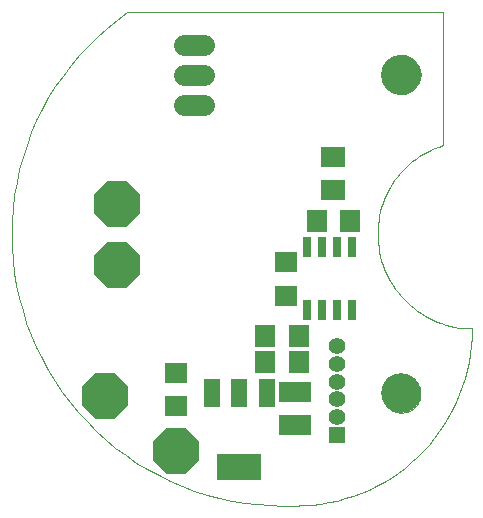
<source format=gbs>
G75*
G70*
%OFA0B0*%
%FSLAX24Y24*%
%IPPOS*%
%LPD*%
%AMOC8*
5,1,8,0,0,1.08239X$1,22.5*
%
%ADD10C,0.0000*%
%ADD11C,0.1320*%
%ADD12OC8,0.1540*%
%ADD13R,0.0276X0.0670*%
%ADD14R,0.0555X0.0555*%
%ADD15C,0.0555*%
%ADD16C,0.0700*%
%ADD17C,0.1340*%
%ADD18R,0.0827X0.0670*%
%ADD19R,0.0750X0.0670*%
%ADD20R,0.0670X0.0749*%
%ADD21R,0.0520X0.0920*%
%ADD22R,0.1457X0.0906*%
%ADD23R,0.0749X0.0670*%
%ADD24R,0.1103X0.0670*%
D10*
X009193Y008145D02*
X009587Y008145D01*
X012490Y011885D02*
X012492Y011935D01*
X012498Y011985D01*
X012508Y012034D01*
X012521Y012083D01*
X012539Y012130D01*
X012560Y012176D01*
X012584Y012219D01*
X012612Y012261D01*
X012643Y012301D01*
X012677Y012338D01*
X012714Y012372D01*
X012754Y012403D01*
X012796Y012431D01*
X012839Y012455D01*
X012885Y012476D01*
X012932Y012494D01*
X012981Y012507D01*
X013030Y012517D01*
X013080Y012523D01*
X013130Y012525D01*
X013180Y012523D01*
X013230Y012517D01*
X013279Y012507D01*
X013328Y012494D01*
X013375Y012476D01*
X013421Y012455D01*
X013464Y012431D01*
X013506Y012403D01*
X013546Y012372D01*
X013583Y012338D01*
X013617Y012301D01*
X013648Y012261D01*
X013676Y012219D01*
X013700Y012176D01*
X013721Y012130D01*
X013739Y012083D01*
X013752Y012034D01*
X013762Y011985D01*
X013768Y011935D01*
X013770Y011885D01*
X013768Y011835D01*
X013762Y011785D01*
X013752Y011736D01*
X013739Y011687D01*
X013721Y011640D01*
X013700Y011594D01*
X013676Y011551D01*
X013648Y011509D01*
X013617Y011469D01*
X013583Y011432D01*
X013546Y011398D01*
X013506Y011367D01*
X013464Y011339D01*
X013421Y011315D01*
X013375Y011294D01*
X013328Y011276D01*
X013279Y011263D01*
X013230Y011253D01*
X013180Y011247D01*
X013130Y011245D01*
X013080Y011247D01*
X013030Y011253D01*
X012981Y011263D01*
X012932Y011276D01*
X012885Y011294D01*
X012839Y011315D01*
X012796Y011339D01*
X012754Y011367D01*
X012714Y011398D01*
X012677Y011432D01*
X012643Y011469D01*
X012612Y011509D01*
X012584Y011551D01*
X012560Y011594D01*
X012539Y011640D01*
X012521Y011687D01*
X012508Y011736D01*
X012498Y011785D01*
X012492Y011835D01*
X012490Y011885D01*
X015493Y014050D02*
X015486Y013769D01*
X015466Y013489D01*
X015433Y013209D01*
X015386Y012932D01*
X015327Y012658D01*
X015254Y012386D01*
X015168Y012118D01*
X015070Y011855D01*
X014959Y011597D01*
X014836Y011344D01*
X014702Y011097D01*
X014555Y010857D01*
X014398Y010624D01*
X014229Y010399D01*
X014050Y010182D01*
X013861Y009974D01*
X013663Y009776D01*
X013455Y009587D01*
X013238Y009408D01*
X013013Y009239D01*
X012780Y009082D01*
X012540Y008935D01*
X012293Y008801D01*
X012040Y008678D01*
X011782Y008567D01*
X011519Y008469D01*
X011251Y008383D01*
X010979Y008310D01*
X010705Y008251D01*
X010428Y008204D01*
X010148Y008171D01*
X009868Y008151D01*
X009587Y008144D01*
X009193Y008145D02*
X008762Y008155D01*
X008332Y008186D01*
X007904Y008237D01*
X007479Y008309D01*
X007058Y008400D01*
X006642Y008512D01*
X006231Y008643D01*
X005828Y008794D01*
X005431Y008963D01*
X005044Y009152D01*
X004665Y009358D01*
X004297Y009582D01*
X003941Y009824D01*
X003596Y010082D01*
X003263Y010357D01*
X002944Y010647D01*
X002640Y010951D01*
X002350Y011270D01*
X002075Y011603D01*
X001817Y011948D01*
X001575Y012304D01*
X001351Y012673D01*
X001145Y013051D01*
X000956Y013438D01*
X000787Y013835D01*
X000636Y014238D01*
X000505Y014649D01*
X000393Y015065D01*
X000302Y015486D01*
X000230Y015911D01*
X000179Y016339D01*
X000148Y016769D01*
X000138Y017200D01*
X003996Y024601D02*
X004036Y024601D01*
X009311Y024601D01*
X014508Y024601D01*
X014508Y020153D01*
X012471Y022515D02*
X012473Y022565D01*
X012479Y022615D01*
X012489Y022665D01*
X012502Y022713D01*
X012519Y022761D01*
X012540Y022807D01*
X012564Y022851D01*
X012592Y022893D01*
X012623Y022933D01*
X012657Y022970D01*
X012694Y023005D01*
X012733Y023036D01*
X012774Y023065D01*
X012818Y023090D01*
X012864Y023112D01*
X012911Y023130D01*
X012959Y023144D01*
X013008Y023155D01*
X013058Y023162D01*
X013108Y023165D01*
X013159Y023164D01*
X013209Y023159D01*
X013259Y023150D01*
X013307Y023138D01*
X013355Y023121D01*
X013401Y023101D01*
X013446Y023078D01*
X013489Y023051D01*
X013529Y023021D01*
X013567Y022988D01*
X013602Y022952D01*
X013635Y022913D01*
X013664Y022872D01*
X013690Y022829D01*
X013713Y022784D01*
X013732Y022737D01*
X013747Y022689D01*
X013759Y022640D01*
X013767Y022590D01*
X013771Y022540D01*
X013771Y022490D01*
X013767Y022440D01*
X013759Y022390D01*
X013747Y022341D01*
X013732Y022293D01*
X013713Y022246D01*
X013690Y022201D01*
X013664Y022158D01*
X013635Y022117D01*
X013602Y022078D01*
X013567Y022042D01*
X013529Y022009D01*
X013489Y021979D01*
X013446Y021952D01*
X013401Y021929D01*
X013355Y021909D01*
X013307Y021892D01*
X013259Y021880D01*
X013209Y021871D01*
X013159Y021866D01*
X013108Y021865D01*
X013058Y021868D01*
X013008Y021875D01*
X012959Y021886D01*
X012911Y021900D01*
X012864Y021918D01*
X012818Y021940D01*
X012774Y021965D01*
X012733Y021994D01*
X012694Y022025D01*
X012657Y022060D01*
X012623Y022097D01*
X012592Y022137D01*
X012564Y022179D01*
X012540Y022223D01*
X012519Y022269D01*
X012502Y022317D01*
X012489Y022365D01*
X012479Y022415D01*
X012473Y022465D01*
X012471Y022515D01*
X012343Y017239D02*
X012343Y017200D01*
X012342Y017239D02*
X012345Y017383D01*
X012356Y017527D01*
X012373Y017670D01*
X012396Y017812D01*
X012427Y017953D01*
X012464Y018092D01*
X012508Y018229D01*
X012558Y018364D01*
X012614Y018497D01*
X012677Y018626D01*
X012745Y018753D01*
X012820Y018876D01*
X012900Y018996D01*
X012986Y019112D01*
X013078Y019223D01*
X013174Y019330D01*
X013276Y019432D01*
X013382Y019530D01*
X013492Y019622D01*
X013607Y019709D01*
X013726Y019790D01*
X013849Y019866D01*
X013975Y019936D01*
X014104Y019999D01*
X014236Y020057D01*
X014371Y020108D01*
X014508Y020153D01*
X012342Y017200D02*
X012346Y017050D01*
X012356Y016901D01*
X012374Y016752D01*
X012399Y016604D01*
X012431Y016457D01*
X012470Y016313D01*
X012515Y016170D01*
X012568Y016029D01*
X012627Y015891D01*
X012692Y015757D01*
X012764Y015625D01*
X012842Y015497D01*
X012926Y015373D01*
X013016Y015253D01*
X013111Y015137D01*
X013212Y015026D01*
X013318Y014920D01*
X013429Y014819D01*
X013545Y014724D01*
X013665Y014634D01*
X013789Y014550D01*
X013917Y014472D01*
X014049Y014400D01*
X014183Y014335D01*
X014321Y014276D01*
X014462Y014223D01*
X014605Y014178D01*
X014749Y014139D01*
X014896Y014107D01*
X015044Y014082D01*
X015193Y014064D01*
X015342Y014054D01*
X015492Y014050D01*
X003996Y024602D02*
X003647Y024345D01*
X003310Y024072D01*
X002987Y023782D01*
X002678Y023478D01*
X002384Y023159D01*
X002105Y022826D01*
X001843Y022481D01*
X001598Y022123D01*
X001370Y021753D01*
X001161Y021374D01*
X000969Y020984D01*
X000797Y020586D01*
X000644Y020180D01*
X000511Y019767D01*
X000397Y019349D01*
X000304Y018925D01*
X000232Y018497D01*
X000180Y018066D01*
X000148Y017634D01*
X000138Y017200D01*
D11*
X013130Y011885D03*
D12*
X005610Y009956D03*
X003248Y011806D03*
X003642Y016176D03*
X003642Y018184D03*
D13*
X009978Y016749D03*
X010475Y016749D03*
X010975Y016749D03*
X011475Y016749D03*
X011478Y014659D03*
X010978Y014659D03*
X010478Y014659D03*
X009978Y014659D03*
D14*
X010984Y010507D03*
D15*
X010984Y011097D03*
X010984Y011688D03*
X010984Y012279D03*
X010984Y012869D03*
X010980Y013460D03*
D16*
X006551Y021515D02*
X005891Y021515D01*
X005891Y022515D02*
X006551Y022515D01*
X006551Y023515D02*
X005891Y023515D01*
D17*
X013121Y022515D03*
D18*
X010847Y019759D03*
X010847Y018656D03*
D19*
X009272Y016264D03*
X009272Y015144D03*
D20*
X009705Y013814D03*
X009705Y012948D03*
X008603Y012948D03*
X008603Y013814D03*
X010335Y017633D03*
X011437Y017633D03*
D21*
X008646Y011884D03*
X007736Y011884D03*
X006826Y011884D03*
D22*
X007736Y009444D03*
D23*
X005610Y011452D03*
X005610Y012554D03*
D24*
X009587Y011924D03*
X009587Y010822D03*
M02*

</source>
